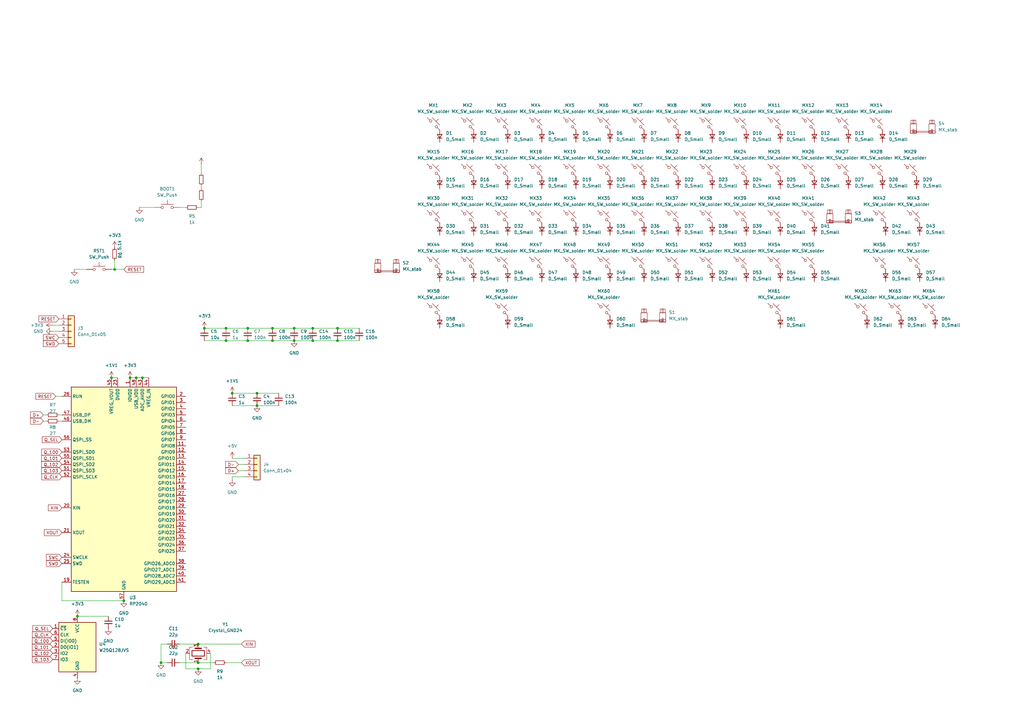
<source format=kicad_sch>
(kicad_sch (version 20231120) (generator "eeschema") (generator_version "8.0")
  (paper "A3")
  (junction (at 31.75 252.73))
  (junction (at 81.28 264.16))
  (junction (at 138.43 134.62))
  (junction (at 111.76 134.62))
  (junction (at 50.8 246.38))
  (junction (at 128.27 134.62))
  (junction (at 105.41 161.29))
  (junction (at 111.76 139.7))
  (junction (at 120.65 139.7))
  (junction (at 45.72 154.94))
  (junction (at 120.65 134.62))
  (junction (at 81.28 274.32))
  (junction (at 53.34 154.94))
  (junction (at 58.42 154.94))
  (junction (at 46.99 110.49))
  (junction (at 101.6 134.62))
  (junction (at 101.6 139.7))
  (junction (at 105.41 166.37))
  (junction (at 92.71 139.7))
  (junction (at 138.43 139.7))
  (junction (at 66.04 271.78))
  (junction (at 83.82 134.62))
  (junction (at 81.28 271.78))
  (junction (at 55.88 154.94))
  (junction (at 95.25 161.29))
  (junction (at 128.27 139.7))
  (junction (at 92.71 134.62))
  (wire (pts (xy 19.05 170.18) (xy 17.78 170.18)))
  (wire (pts (xy 95.25 161.29) (xy 105.41 161.29)))
  (wire (pts (xy 46.99 110.49) (xy 45.72 110.49)))
  (wire (pts (xy 81.28 271.78) (xy 87.63 271.78)))
  (wire (pts (xy 81.28 274.32) (xy 86.36 274.32)))
  (wire (pts (xy 128.27 139.7) (xy 138.43 139.7)))
  (wire (pts (xy 105.41 161.29) (xy 114.3 161.29)))
  (wire (pts (xy 66.04 271.78) (xy 68.58 271.78)))
  (wire (pts (xy 25.4 238.76) (xy 25.4 246.38)))
  (wire (pts (xy 82.55 85.09) (xy 81.28 85.09)))
  (wire (pts (xy 76.2 274.32) (xy 81.28 274.32)))
  (wire (pts (xy 128.27 134.62) (xy 138.43 134.62)))
  (wire (pts (xy 82.55 76.2) (xy 82.55 77.47)))
  (wire (pts (xy 19.05 172.72) (xy 17.78 172.72)))
  (wire (pts (xy 21.59 135.89) (xy 24.13 135.89)))
  (wire (pts (xy 95.25 166.37) (xy 105.41 166.37)))
  (wire (pts (xy 101.6 139.7) (xy 111.76 139.7)))
  (wire (pts (xy 73.66 264.16) (xy 81.28 264.16)))
  (wire (pts (xy 25.4 162.56) (xy 22.86 162.56)))
  (wire (pts (xy 92.71 139.7) (xy 101.6 139.7)))
  (wire (pts (xy 120.65 139.7) (xy 128.27 139.7)))
  (wire (pts (xy 68.58 264.16) (xy 66.04 264.16)))
  (wire (pts (xy 120.65 134.62) (xy 128.27 134.62)))
  (wire (pts (xy 58.42 154.94) (xy 60.96 154.94)))
  (wire (pts (xy 97.79 193.04) (xy 100.33 193.04)))
  (wire (pts (xy 21.59 133.35) (xy 24.13 133.35)))
  (wire (pts (xy 73.66 271.78) (xy 81.28 271.78)))
  (wire (pts (xy 45.72 154.94) (xy 48.26 154.94)))
  (wire (pts (xy 95.25 187.96) (xy 100.33 187.96)))
  (wire (pts (xy 76.2 85.09) (xy 73.66 85.09)))
  (wire (pts (xy 83.82 139.7) (xy 92.71 139.7)))
  (wire (pts (xy 105.41 166.37) (xy 114.3 166.37)))
  (wire (pts (xy 86.36 267.97) (xy 86.36 274.32)))
  (wire (pts (xy 46.99 106.68) (xy 46.99 110.49)))
  (wire (pts (xy 97.79 190.5) (xy 100.33 190.5)))
  (wire (pts (xy 50.8 110.49) (xy 46.99 110.49)))
  (wire (pts (xy 92.71 271.78) (xy 99.06 271.78)))
  (wire (pts (xy 138.43 139.7) (xy 147.32 139.7)))
  (wire (pts (xy 82.55 82.55) (xy 82.55 85.09)))
  (wire (pts (xy 95.25 195.58) (xy 95.25 196.85)))
  (wire (pts (xy 57.15 85.09) (xy 63.5 85.09)))
  (wire (pts (xy 24.13 170.18) (xy 25.4 170.18)))
  (wire (pts (xy 81.28 264.16) (xy 99.06 264.16)))
  (wire (pts (xy 53.34 154.94) (xy 55.88 154.94)))
  (wire (pts (xy 83.82 134.62) (xy 92.71 134.62)))
  (wire (pts (xy 101.6 134.62) (xy 111.76 134.62)))
  (wire (pts (xy 95.25 195.58) (xy 100.33 195.58)))
  (wire (pts (xy 55.88 154.94) (xy 58.42 154.94)))
  (wire (pts (xy 24.13 172.72) (xy 25.4 172.72)))
  (wire (pts (xy 92.71 134.62) (xy 101.6 134.62)))
  (wire (pts (xy 138.43 134.62) (xy 147.32 134.62)))
  (wire (pts (xy 111.76 139.7) (xy 120.65 139.7)))
  (wire (pts (xy 76.2 267.97) (xy 76.2 274.32)))
  (wire (pts (xy 31.75 252.73) (xy 44.45 252.73)))
  (wire (pts (xy 82.55 67.31) (xy 82.55 71.12)))
  (wire (pts (xy 66.04 264.16) (xy 66.04 271.78)))
  (wire (pts (xy 30.48 110.49) (xy 35.56 110.49)))
  (wire (pts (xy 25.4 246.38) (xy 50.8 246.38)))
  (wire (pts (xy 111.76 134.62) (xy 120.65 134.62)))
  (global_label "RESET" (shape input) (at 22.86 162.56 180) (property "Intersheetrefs" "${INTERSHEET_REFS}" (effects (hide yes))))
  (global_label "XOUT" (shape input) (at 99.06 271.78 0) (property "Intersheetrefs" "${INTERSHEET_REFS}" (effects (hide yes))))
  (global_label "Q_102" (shape input) (at 21.59 267.97 180) (property "Intersheetrefs" "${INTERSHEET_REFS}" (effects (hide yes))))
  (global_label "Q_103" (shape input) (at 25.4 193.04 180) (property "Intersheetrefs" "${INTERSHEET_REFS}" (effects (hide yes))))
  (global_label "Q_100" (shape input) (at 21.59 262.89 180) (property "Intersheetrefs" "${INTERSHEET_REFS}" (effects (hide yes))))
  (global_label "XIN" (shape input) (at 25.4 208.28 180) (property "Intersheetrefs" "${INTERSHEET_REFS}" (effects (hide yes))))
  (global_label "RESET" (shape input) (at 50.8 110.49 0) (property "Intersheetrefs" "${INTERSHEET_REFS}" (effects (hide yes))))
  (global_label "D+" (shape input) (at 97.79 193.04 180) (property "Intersheetrefs" "${INTERSHEET_REFS}" (effects (hide yes))))
  (global_label "RESET" (shape input) (at 24.13 130.81 180) (property "Intersheetrefs" "${INTERSHEET_REFS}" (effects (hide yes))))
  (global_label "D+" (shape input) (at 17.78 170.18 180) (property "Intersheetrefs" "${INTERSHEET_REFS}" (effects (hide yes))))
  (global_label "SWD" (shape input) (at 24.13 140.97 180) (property "Intersheetrefs" "${INTERSHEET_REFS}" (effects (hide yes))))
  (global_label "SWC" (shape input) (at 25.4 228.6 180) (property "Intersheetrefs" "${INTERSHEET_REFS}" (effects (hide yes))))
  (global_label "Q_101" (shape input) (at 21.59 265.43 180) (property "Intersheetrefs" "${INTERSHEET_REFS}" (effects (hide yes))))
  (global_label "Q_SEL" (shape input) (at 21.59 257.81 180) (property "Intersheetrefs" "${INTERSHEET_REFS}" (effects (hide yes))))
  (global_label "Q_SEL" (shape input) (at 25.4 180.34 180) (property "Intersheetrefs" "${INTERSHEET_REFS}" (effects (hide yes))))
  (global_label "Q_103" (shape input) (at 21.59 270.51 180) (property "Intersheetrefs" "${INTERSHEET_REFS}" (effects (hide yes))))
  (global_label "SWC" (shape input) (at 24.13 138.43 180) (property "Intersheetrefs" "${INTERSHEET_REFS}" (effects (hide yes))))
  (global_label "D-" (shape input) (at 17.78 172.72 180) (property "Intersheetrefs" "${INTERSHEET_REFS}" (effects (hide yes))))
  (global_label "Q_100" (shape input) (at 25.4 185.42 180) (property "Intersheetrefs" "${INTERSHEET_REFS}" (effects (hide yes))))
  (global_label "D-" (shape input) (at 97.79 190.5 180) (property "Intersheetrefs" "${INTERSHEET_REFS}" (effects (hide yes))))
  (global_label "Q_101" (shape input) (at 25.4 187.96 180) (property "Intersheetrefs" "${INTERSHEET_REFS}" (effects (hide yes))))
  (global_label "XOUT" (shape input) (at 25.4 218.44 180) (property "Intersheetrefs" "${INTERSHEET_REFS}" (effects (hide yes))))
  (global_label "XIN" (shape input) (at 99.06 264.16 0) (property "Intersheetrefs" "${INTERSHEET_REFS}" (effects (hide yes))))
  (global_label "Q_CLK" (shape input) (at 21.59 260.35 180) (property "Intersheetrefs" "${INTERSHEET_REFS}" (effects (hide yes))))
  (global_label "Q_CLK" (shape input) (at 25.4 195.58 180) (property "Intersheetrefs" "${INTERSHEET_REFS}" (effects (hide yes))))
  (global_label "SWD" (shape input) (at 25.4 231.14 180) (property "Intersheetrefs" "${INTERSHEET_REFS}" (effects (hide yes))))
  (global_label "Q_102" (shape input) (at 25.4 190.5 180) (property "Intersheetrefs" "${INTERSHEET_REFS}" (effects (hide yes))))
  (symbol (lib_id "power:GND") (at 57.15 85.09 0) (unit 1)
    (property "Reference" "#PWR012" (effects (hide yes)))
    (property "Value" "GND" (at 57.15 90.17 0))
    (property "Description" "Power symbol creates a global label with name \"GND\" , ground" (effects (hide yes)))
  )
  (symbol (lib_id "power:+3V3") (at 82.55 67.31 0) (unit 1)
    (property "Reference" "#PWR010" (effects (hide yes)))
    (property "Value" "+3V3" (effects (hide yes)))
    (property "Description" "Power symbol creates a global label with name \"+3V3\"" (effects (hide yes)))
  )
  (symbol (lib_id "PCM_marbastlib-mx:MX_SW_solder") (at 247.65 107.95 0) (unit 1)
    (property "Reference" "MX49" (at 247.65 100.33 0))
    (property "Value" "MX_SW_solder" (at 247.65 102.87 0))
    (property "Footprint" "PCM_marbastlib-mx:SW_MX_1u" (effects (hide yes)))
    (property "Description" "Push button switch, normally open, two pins, 45° tilted" (effects (hide yes)))
  )
  (symbol (lib_id "PCM_marbastlib-mx:MX_SW_solder") (at 177.8 127 0) (unit 1)
    (property "Reference" "MX58" (at 177.8 119.38 0))
    (property "Value" "MX_SW_solder" (at 177.8 121.92 0))
    (property "Footprint" "PCM_marbastlib-mx:SW_MX_1.5u" (effects (hide yes)))
    (property "Description" "Push button switch, normally open, two pins, 45° tilted" (effects (hide yes)))
  )
  (symbol (lib_id "power:GND") (at 31.75 278.13 0) (unit 1)
    (property "Reference" "#PWR029" (effects (hide yes)))
    (property "Value" "GND" (at 31.75 283.21 0))
    (property "Description" "Power symbol creates a global label with name \"GND\" , ground" (effects (hide yes)))
  )
  (symbol (lib_id "Device:D_Small") (at 180.34 74.93 90) (unit 1)
    (property "Reference" "D15" (at 182.88 73.6599 90) (effects (justify right)))
    (property "Value" "D_Small" (at 182.88 76.1999 90) (effects (justify right)))
    (property "Footprint" "Diode_SMD:D_SOD-123" (effects (hide yes)))
    (property "Description" "Diode, small symbol" (effects (hide yes)))
    (property "Sim.Device" "D" (effects (hide yes)))
    (property "Sim.Pins" "1=K 2=A" (effects (hide yes)))
  )
  (symbol (lib_id "PCM_marbastlib-mx:MX_SW_solder") (at 219.71 107.95 0) (unit 1)
    (property "Reference" "MX47" (at 219.71 100.33 0))
    (property "Value" "MX_SW_solder" (at 219.71 102.87 0))
    (property "Footprint" "PCM_marbastlib-mx:SW_MX_1u" (effects (hide yes)))
    (property "Description" "Push button switch, normally open, two pins, 45° tilted" (effects (hide yes)))
  )
  (symbol (lib_id "Device:D_Small") (at 306.07 113.03 90) (unit 1)
    (property "Reference" "D53" (at 308.61 111.7599 90) (effects (justify right)))
    (property "Value" "D_Small" (at 308.61 114.2999 90) (effects (justify right)))
    (property "Footprint" "Diode_SMD:D_SOD-123" (effects (hide yes)))
    (property "Description" "Diode, small symbol" (effects (hide yes)))
    (property "Sim.Device" "D" (effects (hide yes)))
    (property "Sim.Pins" "1=K 2=A" (effects (hide yes)))
  )
  (symbol (lib_id "Device:D_Small") (at 250.19 93.98 90) (unit 1)
    (property "Reference" "D35" (at 252.73 92.7099 90) (effects (justify right)))
    (property "Value" "D_Small" (at 252.73 95.2499 90) (effects (justify right)))
    (property "Footprint" "Diode_SMD:D_SOD-123" (effects (hide yes)))
    (property "Description" "Diode, small symbol" (effects (hide yes)))
    (property "Sim.Device" "D" (effects (hide yes)))
    (property "Sim.Pins" "1=K 2=A" (effects (hide yes)))
  )
  (symbol (lib_id "PCM_marbastlib-mx:MX_SW_solder") (at 373.38 69.85 0) (unit 1)
    (property "Reference" "MX29" (at 373.38 62.23 0))
    (property "Value" "MX_SW_solder" (at 373.38 64.77 0))
    (property "Footprint" "PCM_marbastlib-mx:SW_MX_1u" (effects (hide yes)))
    (property "Description" "Push button switch, normally open, two pins, 45° tilted" (effects (hide yes)))
  )
  (symbol (lib_id "PCM_marbastlib-mx:MX_SW_solder") (at 233.68 107.95 0) (unit 1)
    (property "Reference" "MX48" (at 233.68 100.33 0))
    (property "Value" "MX_SW_solder" (at 233.68 102.87 0))
    (property "Footprint" "PCM_marbastlib-mx:SW_MX_1u" (effects (hide yes)))
    (property "Description" "Push button switch, normally open, two pins, 45° tilted" (effects (hide yes)))
  )
  (symbol (lib_id "PCM_marbastlib-mx:MX_SW_solder") (at 247.65 127 0) (unit 1)
    (property "Reference" "MX60" (at 247.65 119.38 0))
    (property "Value" "MX_SW_solder" (at 247.65 121.92 0))
    (property "Footprint" "PCM_marbastlib-mx:SW_MX_1u" (effects (hide yes)))
    (property "Description" "Push button switch, normally open, two pins, 45° tilted" (effects (hide yes)))
  )
  (symbol (lib_id "Device:D_Small") (at 208.28 55.88 90) (unit 1)
    (property "Reference" "D3" (at 210.82 54.6099 90) (effects (justify right)))
    (property "Value" "D_Small" (at 210.82 57.1499 90) (effects (justify right)))
    (property "Footprint" "Diode_SMD:D_SOD-123" (effects (hide yes)))
    (property "Description" "Diode, small symbol" (effects (hide yes)))
    (property "Sim.Device" "D" (effects (hide yes)))
    (property "Sim.Pins" "1=K 2=A" (effects (hide yes)))
  )
  (symbol (lib_id "Device:D_Small") (at 222.25 93.98 90) (unit 1)
    (property "Reference" "D33" (at 224.79 92.7099 90) (effects (justify right)))
    (property "Value" "D_Small" (at 224.79 95.2499 90) (effects (justify right)))
    (property "Footprint" "Diode_SMD:D_SOD-123" (effects (hide yes)))
    (property "Description" "Diode, small symbol" (effects (hide yes)))
    (property "Sim.Device" "D" (effects (hide yes)))
    (property "Sim.Pins" "1=K 2=A" (effects (hide yes)))
  )
  (symbol (lib_id "PCM_marbastlib-mx:MX_SW_solder") (at 345.44 50.8 0) (unit 1)
    (property "Reference" "MX13" (at 345.44 43.18 0))
    (property "Value" "MX_SW_solder" (at 345.44 45.72 0))
    (property "Footprint" "PCM_marbastlib-mx:SW_MX_1u" (effects (hide yes)))
    (property "Description" "Push button switch, normally open, two pins, 45° tilted" (effects (hide yes)))
  )
  (symbol (lib_id "Device:D_Small") (at 250.19 55.88 90) (unit 1)
    (property "Reference" "D6" (at 252.73 54.6099 90) (effects (justify right)))
    (property "Value" "D_Small" (at 252.73 57.1499 90) (effects (justify right)))
    (property "Footprint" "Diode_SMD:D_SOD-123" (effects (hide yes)))
    (property "Description" "Diode, small symbol" (effects (hide yes)))
    (property "Sim.Device" "D" (effects (hide yes)))
    (property "Sim.Pins" "1=K 2=A" (effects (hide yes)))
  )
  (symbol (lib_id "PCM_marbastlib-mx:MX_SW_solder") (at 275.59 88.9 0) (unit 1)
    (property "Reference" "MX37" (at 275.59 81.28 0))
    (property "Value" "MX_SW_solder" (at 275.59 83.82 0))
    (property "Footprint" "PCM_marbastlib-mx:SW_MX_1u" (effects (hide yes)))
    (property "Description" "Push button switch, normally open, two pins, 45° tilted" (effects (hide yes)))
  )
  (symbol (lib_id "Device:D_Small") (at 278.13 55.88 90) (unit 1)
    (property "Reference" "D8" (at 280.67 54.6099 90) (effects (justify right)))
    (property "Value" "D_Small" (at 280.67 57.1499 90) (effects (justify right)))
    (property "Footprint" "Diode_SMD:D_SOD-123" (effects (hide yes)))
    (property "Description" "Diode, small symbol" (effects (hide yes)))
    (property "Sim.Device" "D" (effects (hide yes)))
    (property "Sim.Pins" "1=K 2=A" (effects (hide yes)))
  )
  (symbol (lib_id "PCM_marbastlib-mx:MX_SW_solder") (at 345.44 69.85 0) (unit 1)
    (property "Reference" "MX27" (at 345.44 62.23 0))
    (property "Value" "MX_SW_solder" (at 345.44 64.77 0))
    (property "Footprint" "PCM_marbastlib-mx:SW_MX_1u" (effects (hide yes)))
    (property "Description" "Push button switch, normally open, two pins, 45° tilted" (effects (hide yes)))
  )
  (symbol (lib_id "PCM_marbastlib-mx:MX_SW_solder") (at 359.41 69.85 0) (unit 1)
    (property "Reference" "MX28" (at 359.41 62.23 0))
    (property "Value" "MX_SW_solder" (at 359.41 64.77 0))
    (property "Footprint" "PCM_marbastlib-mx:SW_MX_1u" (effects (hide yes)))
    (property "Description" "Push button switch, normally open, two pins, 45° tilted" (effects (hide yes)))
  )
  (symbol (lib_id "Device:D_Small") (at 306.07 93.98 90) (unit 1)
    (property "Reference" "D39" (at 308.61 92.7099 90) (effects (justify right)))
    (property "Value" "D_Small" (at 308.61 95.2499 90) (effects (justify right)))
    (property "Footprint" "Diode_SMD:D_SOD-123" (effects (hide yes)))
    (property "Description" "Diode, small symbol" (effects (hide yes)))
    (property "Sim.Device" "D" (effects (hide yes)))
    (property "Sim.Pins" "1=K 2=A" (effects (hide yes)))
  )
  (symbol (lib_id "PCM_marbastlib-mx:MX_SW_solder") (at 205.74 107.95 0) (unit 1)
    (property "Reference" "MX46" (at 205.74 100.33 0))
    (property "Value" "MX_SW_solder" (at 205.74 102.87 0))
    (property "Footprint" "PCM_marbastlib-mx:SW_MX_1u" (effects (hide yes)))
    (property "Description" "Push button switch, normally open, two pins, 45° tilted" (effects (hide yes)))
  )
  (symbol (lib_id "PCM_marbastlib-mx:MX_SW_solder") (at 191.77 88.9 0) (unit 1)
    (property "Reference" "MX31" (at 191.77 81.28 0))
    (property "Value" "MX_SW_solder" (at 191.77 83.82 0))
    (property "Footprint" "PCM_marbastlib-mx:SW_MX_1u" (effects (hide yes)))
    (property "Description" "Push button switch, normally open, two pins, 45° tilted" (effects (hide yes)))
  )
  (symbol (lib_id "PCM_marbastlib-mx:MX_SW_solder") (at 303.53 88.9 0) (unit 1)
    (property "Reference" "MX39" (at 303.53 81.28 0))
    (property "Value" "MX_SW_solder" (at 303.53 83.82 0))
    (property "Footprint" "PCM_marbastlib-mx:SW_MX_1u" (effects (hide yes)))
    (property "Description" "Push button switch, normally open, two pins, 45° tilted" (effects (hide yes)))
  )
  (symbol (lib_id "Device:D_Small") (at 355.6 132.08 90) (unit 1)
    (property "Reference" "D62" (at 358.14 130.8099 90) (effects (justify right)))
    (property "Value" "D_Small" (at 358.14 133.3499 90) (effects (justify right)))
    (property "Footprint" "Diode_SMD:D_SOD-123" (effects (hide yes)))
    (property "Description" "Diode, small symbol" (effects (hide yes)))
    (property "Sim.Device" "D" (effects (hide yes)))
    (property "Sim.Pins" "1=K 2=A" (effects (hide yes)))
  )
  (symbol (lib_id "Device:D_Small") (at 320.04 74.93 90) (unit 1)
    (property "Reference" "D25" (at 322.58 73.6599 90) (effects (justify right)))
    (property "Value" "D_Small" (at 322.58 76.1999 90) (effects (justify right)))
    (property "Footprint" "Diode_SMD:D_SOD-123" (effects (hide yes)))
    (property "Description" "Diode, small symbol" (effects (hide yes)))
    (property "Sim.Device" "D" (effects (hide yes)))
    (property "Sim.Pins" "1=K 2=A" (effects (hide yes)))
  )
  (symbol (lib_id "PCM_marbastlib-mx:MX_SW_solder") (at 177.8 88.9 0) (unit 1)
    (property "Reference" "MX30" (at 177.8 81.28 0))
    (property "Value" "MX_SW_solder" (at 177.8 83.82 0))
    (property "Footprint" "PCM_marbastlib-mx:SW_MX_1.75u" (effects (hide yes)))
    (property "Description" "Push button switch, normally open, two pins, 45° tilted" (effects (hide yes)))
  )
  (symbol (lib_id "PCM_marbastlib-mx:MX_SW_solder") (at 360.68 88.9 0) (unit 1)
    (property "Reference" "MX42" (at 360.68 81.28 0))
    (property "Value" "MX_SW_solder" (at 360.68 83.82 0))
    (property "Footprint" "PCM_marbastlib-mx:SW_MX_1u" (effects (hide yes)))
    (property "Description" "Push button switch, normally open, two pins, 45° tilted" (effects (hide yes)))
  )
  (symbol (lib_id "Device:D_Small") (at 334.01 93.98 90) (unit 1)
    (property "Reference" "D41" (at 336.55 92.7099 90) (effects (justify right)))
    (property "Value" "D_Small" (at 336.55 95.2499 90) (effects (justify right)))
    (property "Footprint" "Diode_SMD:D_SOD-123" (effects (hide yes)))
    (property "Description" "Diode, small symbol" (effects (hide yes)))
    (property "Sim.Device" "D" (effects (hide yes)))
    (property "Sim.Pins" "1=K 2=A" (effects (hide yes)))
  )
  (symbol (lib_id "power:+3V3") (at 53.34 154.94 0) (unit 1)
    (property "Reference" "#PWR023" (effects (hide yes)))
    (property "Value" "+3V3" (at 53.34 149.86 0))
    (property "Description" "Power symbol creates a global label with name \"+3V3\"" (effects (hide yes)))
  )
  (symbol (lib_id "Device:D_Small") (at 208.28 132.08 90) (unit 1)
    (property "Reference" "D59" (at 210.82 130.8099 90) (effects (justify right)))
    (property "Value" "D_Small" (at 210.82 133.3499 90) (effects (justify right)))
    (property "Footprint" "Diode_SMD:D_SOD-123" (effects (hide yes)))
    (property "Description" "Diode, small symbol" (effects (hide yes)))
    (property "Sim.Device" "D" (effects (hide yes)))
    (property "Sim.Pins" "1=K 2=A" (effects (hide yes)))
  )
  (symbol (lib_id "PCM_marbastlib-mx:MX_SW_solder") (at 331.47 69.85 0) (unit 1)
    (property "Reference" "MX26" (at 331.47 62.23 0))
    (property "Value" "MX_SW_solder" (at 331.47 64.77 0))
    (property "Footprint" "PCM_marbastlib-mx:SW_MX_1u" (effects (hide yes)))
    (property "Description" "Push button switch, normally open, two pins, 45° tilted" (effects (hide yes)))
  )
  (symbol (lib_id "power:+1V1") (at 95.25 161.29 0) (unit 1)
    (property "Reference" "#PWR017" (effects (hide yes)))
    (property "Value" "+1V1" (at 95.25 156.21 0))
    (property "Description" "Power symbol creates a global label with name \"+1V1\"" (effects (hide yes)))
  )
  (symbol (lib_id "power:+1V1") (at 45.72 154.94 0) (unit 1)
    (property "Reference" "#PWR022" (effects (hide yes)))
    (property "Value" "+1V1" (at 45.72 149.86 0))
    (property "Description" "Power symbol creates a global label with name \"+1V1\"" (effects (hide yes)))
  )
  (symbol (lib_id "Device:D_Small") (at 320.04 93.98 90) (unit 1)
    (property "Reference" "D40" (at 322.58 92.7099 90) (effects (justify right)))
    (property "Value" "D_Small" (at 322.58 95.2499 90) (effects (justify right)))
    (property "Footprint" "Diode_SMD:D_SOD-123" (effects (hide yes)))
    (property "Description" "Diode, small symbol" (effects (hide yes)))
    (property "Sim.Device" "D" (effects (hide yes)))
    (property "Sim.Pins" "1=K 2=A" (effects (hide yes)))
  )
  (symbol (lib_id "PCM_marbastlib-mx:MX_SW_solder") (at 317.5 69.85 0) (unit 1)
    (property "Reference" "MX25" (at 317.5 62.23 0))
    (property "Value" "MX_SW_solder" (at 317.5 64.77 0))
    (property "Footprint" "PCM_marbastlib-mx:SW_MX_1u" (effects (hide yes)))
    (property "Description" "Push button switch, normally open, two pins, 45° tilted" (effects (hide yes)))
  )
  (symbol (lib_id "Device:D_Small") (at 222.25 74.93 90) (unit 1)
    (property "Reference" "D18" (at 224.79 73.6599 90) (effects (justify right)))
    (property "Value" "D_Small" (at 224.79 76.1999 90) (effects (justify right)))
    (property "Footprint" "Diode_SMD:D_SOD-123" (effects (hide yes)))
    (property "Description" "Diode, small symbol" (effects (hide yes)))
    (property "Sim.Device" "D" (effects (hide yes)))
    (property "Sim.Pins" "1=K 2=A" (effects (hide yes)))
  )
  (symbol (lib_id "power:+3V3") (at 31.75 252.73 0) (unit 1)
    (property "Reference" "#PWR025" (effects (hide yes)))
    (property "Value" "+3V3" (at 31.75 247.65 0))
    (property "Description" "Power symbol creates a global label with name \"+3V3\"" (effects (hide yes)))
  )
  (symbol (lib_id "PCM_marbastlib-mx:MX_SW_solder") (at 205.74 50.8 0) (unit 1)
    (property "Reference" "MX3" (at 205.74 43.18 0))
    (property "Value" "MX_SW_solder" (at 205.74 45.72 0))
    (property "Footprint" "PCM_marbastlib-mx:SW_MX_1u" (effects (hide yes)))
    (property "Description" "Push button switch, normally open, two pins, 45° tilted" (effects (hide yes)))
  )
  (symbol (lib_id "Device:C_Small") (at 111.76 137.16 0) (unit 1)
    (property "Reference" "C8" (at 114.3 135.8962 0) (effects (justify left)))
    (property "Value" "100n" (at 114.3 138.4362 0) (effects (justify left)))
    (property "Footprint" "Capacitor_SMD:C_0402_1005Metric" (effects (hide yes)))
    (property "Description" "Unpolarized capacitor, small symbol" (effects (hide yes)))
  )
  (symbol (lib_id "Device:D_Small") (at 278.13 74.93 90) (unit 1)
    (property "Reference" "D22" (at 280.67 73.6599 90) (effects (justify right)))
    (property "Value" "D_Small" (at 280.67 76.1999 90) (effects (justify right)))
    (property "Footprint" "Diode_SMD:D_SOD-123" (effects (hide yes)))
    (property "Description" "Diode, small symbol" (effects (hide yes)))
    (property "Sim.Device" "D" (effects (hide yes)))
    (property "Sim.Pins" "1=K 2=A" (effects (hide yes)))
  )
  (symbol (lib_id "Device:C_Small") (at 105.41 163.83 0) (unit 1)
    (property "Reference" "C4" (at 107.95 162.5662 0) (effects (justify left)))
    (property "Value" "100n" (at 107.95 165.1062 0) (effects (justify left)))
    (property "Footprint" "Capacitor_SMD:C_0402_1005Metric" (effects (hide yes)))
    (property "Description" "Unpolarized capacitor, small symbol" (effects (hide yes)))
  )
  (symbol (lib_id "Device:D_Small") (at 377.19 113.03 90) (unit 1)
    (property "Reference" "D57" (at 379.73 111.7599 90) (effects (justify right)))
    (property "Value" "D_Small" (at 379.73 114.2999 90) (effects (justify right)))
    (property "Footprint" "Diode_SMD:D_SOD-123" (effects (hide yes)))
    (property "Description" "Diode, small symbol" (effects (hide yes)))
    (property "Sim.Device" "D" (effects (hide yes)))
    (property "Sim.Pins" "1=K 2=A" (effects (hide yes)))
  )
  (symbol (lib_id "Device:C_Small") (at 138.43 137.16 0) (unit 1)
    (property "Reference" "C15" (at 140.97 135.8962 0) (effects (justify left)))
    (property "Value" "100n" (at 140.97 138.4362 0) (effects (justify left)))
    (property "Footprint" "Capacitor_SMD:C_0402_1005Metric" (effects (hide yes)))
    (property "Description" "Unpolarized capacitor, small symbol" (effects (hide yes)))
  )
  (symbol (lib_id "PCM_marbastlib-mx:MX_SW_solder") (at 219.71 50.8 0) (unit 1)
    (property "Reference" "MX4" (at 219.71 43.18 0))
    (property "Value" "MX_SW_solder" (at 219.71 45.72 0))
    (property "Footprint" "PCM_marbastlib-mx:SW_MX_1u" (effects (hide yes)))
    (property "Description" "Push button switch, normally open, two pins, 45° tilted" (effects (hide yes)))
  )
  (symbol (lib_id "Device:D_Small") (at 236.22 74.93 90) (unit 1)
    (property "Reference" "D19" (at 238.76 73.6599 90) (effects (justify right)))
    (property "Value" "D_Small" (at 238.76 76.1999 90) (effects (justify right)))
    (property "Footprint" "Diode_SMD:D_SOD-123" (effects (hide yes)))
    (property "Description" "Diode, small symbol" (effects (hide yes)))
    (property "Sim.Device" "D" (effects (hide yes)))
    (property "Sim.Pins" "1=K 2=A" (effects (hide yes)))
  )
  (symbol (lib_id "PCM_marbastlib-mx:MX_SW_solder") (at 261.62 107.95 0) (unit 1)
    (property "Reference" "MX50" (at 261.62 100.33 0))
    (property "Value" "MX_SW_solder" (at 261.62 102.87 0))
    (property "Footprint" "PCM_marbastlib-mx:SW_MX_1u" (effects (hide yes)))
    (property "Description" "Push button switch, normally open, two pins, 45° tilted" (effects (hide yes)))
  )
  (symbol (lib_id "PCM_marbastlib-mx:MX_SW_solder") (at 381 127 0) (unit 1)
    (property "Reference" "MX64" (at 381 119.38 0))
    (property "Value" "MX_SW_solder" (at 381 121.92 0))
    (property "Footprint" "PCM_marbastlib-mx:SW_MX_1u" (effects (hide yes)))
    (property "Description" "Push button switch, normally open, two pins, 45° tilted" (effects (hide yes)))
  )
  (symbol (lib_id "Device:D_Small") (at 236.22 93.98 90) (unit 1)
    (property "Reference" "D34" (at 238.76 92.7099 90) (effects (justify right)))
    (property "Value" "D_Small" (at 238.76 95.2499 90) (effects (justify right)))
    (property "Footprint" "Diode_SMD:D_SOD-123" (effects (hide yes)))
    (property "Description" "Diode, small symbol" (effects (hide yes)))
    (property "Sim.Device" "D" (effects (hide yes)))
    (property "Sim.Pins" "1=K 2=A" (effects (hide yes)))
  )
  (symbol (lib_id "PCM_marbastlib-mx:MX_SW_solder") (at 331.47 88.9 0) (unit 1)
    (property "Reference" "MX41" (at 331.47 81.28 0))
    (property "Value" "MX_SW_solder" (at 331.47 83.82 0))
    (property "Footprint" "PCM_marbastlib-mx:SW_MX_1u" (effects (hide yes)))
    (property "Description" "Push button switch, normally open, two pins, 45° tilted" (effects (hide yes)))
  )
  (symbol (lib_id "PCM_marbastlib-mx:MX_SW_solder") (at 317.5 88.9 0) (unit 1)
    (property "Reference" "MX40" (at 317.5 81.28 0))
    (property "Value" "MX_SW_solder" (at 317.5 83.82 0))
    (property "Footprint" "PCM_marbastlib-mx:SW_MX_1u" (effects (hide yes)))
    (property "Description" "Push button switch, normally open, two pins, 45° tilted" (effects (hide yes)))
  )
  (symbol (lib_id "PCM_marbastlib-mx:MX_SW_solder") (at 317.5 50.8 0) (unit 1)
    (property "Reference" "MX11" (at 317.5 43.18 0))
    (property "Value" "MX_SW_solder" (at 317.5 45.72 0))
    (property "Footprint" "PCM_marbastlib-mx:SW_MX_1u" (effects (hide yes)))
    (property "Description" "Push button switch, normally open, two pins, 45° tilted" (effects (hide yes)))
  )
  (symbol (lib_id "Device:D_Small") (at 363.22 113.03 90) (unit 1)
    (property "Reference" "D56" (at 365.76 111.7599 90) (effects (justify right)))
    (property "Value" "D_Small" (at 365.76 114.2999 90) (effects (justify right)))
    (property "Footprint" "Diode_SMD:D_SOD-123" (effects (hide yes)))
    (property "Description" "Diode, small symbol" (effects (hide yes)))
    (property "Sim.Device" "D" (effects (hide yes)))
    (property "Sim.Pins" "1=K 2=A" (effects (hide yes)))
  )
  (symbol (lib_id "Device:C_Small") (at 120.65 137.16 0) (unit 1)
    (property "Reference" "C9" (at 123.19 135.8962 0) (effects (justify left)))
    (property "Value" "100n" (at 123.19 138.4362 0) (effects (justify left)))
    (property "Footprint" "Capacitor_SMD:C_0402_1005Metric" (effects (hide yes)))
    (property "Description" "Unpolarized capacitor, small symbol" (effects (hide yes)))
  )
  (symbol (lib_id "power:GND") (at 120.65 139.7 0) (unit 1)
    (property "Reference" "#PWR021" (effects (hide yes)))
    (property "Value" "GND" (at 120.65 144.78 0))
    (property "Description" "Power symbol creates a global label with name \"GND\" , ground" (effects (hide yes)))
  )
  (symbol (lib_id "PCM_marbastlib-mx:MX_SW_solder") (at 367.03 127 0) (unit 1)
    (property "Reference" "MX63" (at 367.03 119.38 0))
    (property "Value" "MX_SW_solder" (at 367.03 121.92 0))
    (property "Footprint" "PCM_marbastlib-mx:SW_MX_1u" (effects (hide yes)))
    (property "Description" "Push button switch, normally open, two pins, 45° tilted" (effects (hide yes)))
  )
  (symbol (lib_id "PCM_marbastlib-mx:MX_SW_solder") (at 219.71 69.85 0) (unit 1)
    (property "Reference" "MX18" (at 219.71 62.23 0))
    (property "Value" "MX_SW_solder" (at 219.71 64.77 0))
    (property "Footprint" "PCM_marbastlib-mx:SW_MX_1u" (effects (hide yes)))
    (property "Description" "Push button switch, normally open, two pins, 45° tilted" (effects (hide yes)))
  )
  (symbol (lib_id "Device:D_Small") (at 292.1 74.93 90) (unit 1)
    (property "Reference" "D23" (at 294.64 73.6599 90) (effects (justify right)))
    (property "Value" "D_Small" (at 294.64 76.1999 90) (effects (justify right)))
    (property "Footprint" "Diode_SMD:D_SOD-123" (effects (hide yes)))
    (property "Description" "Diode, small symbol" (effects (hide yes)))
    (property "Sim.Device" "D" (effects (hide yes)))
    (property "Sim.Pins" "1=K 2=A" (effects (hide yes)))
  )
  (symbol (lib_id "Device:D_Small") (at 334.01 55.88 90) (unit 1)
    (property "Reference" "D12" (at 336.55 54.6099 90) (effects (justify right)))
    (property "Value" "D_Small" (at 336.55 57.1499 90) (effects (justify right)))
    (property "Footprint" "Diode_SMD:D_SOD-123" (effects (hide yes)))
    (property "Description" "Diode, small symbol" (effects (hide yes)))
    (property "Sim.Device" "D" (effects (hide yes)))
    (property "Sim.Pins" "1=K 2=A" (effects (hide yes)))
  )
  (symbol (lib_id "Device:D_Small") (at 250.19 132.08 90) (unit 1)
    (property "Reference" "D60" (at 252.73 130.8099 90) (effects (justify right)))
    (property "Value" "D_Small" (at 252.73 133.3499 90) (effects (justify right)))
    (property "Footprint" "Diode_SMD:D_SOD-123" (effects (hide yes)))
    (property "Description" "Diode, small symbol" (effects (hide yes)))
    (property "Sim.Device" "D" (effects (hide yes)))
    (property "Sim.Pins" "1=K 2=A" (effects (hide yes)))
  )
  (symbol (lib_id "PCM_marbastlib-mx:MX_SW_solder") (at 374.65 107.95 0) (unit 1)
    (property "Reference" "MX57" (at 374.65 100.33 0))
    (property "Value" "MX_SW_solder" (at 374.65 102.87 0))
    (property "Footprint" "PCM_marbastlib-mx:SW_MX_1u" (effects (hide yes)))
    (property "Description" "Push button switch, normally open, two pins, 45° tilted" (effects (hide yes)))
  )
  (symbol (lib_id "PCM_marbastlib-mx:MX_SW_solder") (at 303.53 107.95 0) (unit 1)
    (property "Reference" "MX53" (at 303.53 100.33 0))
    (property "Value" "MX_SW_solder" (at 303.53 102.87 0))
    (property "Footprint" "PCM_marbastlib-mx:SW_MX_1u" (effects (hide yes)))
    (property "Description" "Push button switch, normally open, two pins, 45° tilted" (effects (hide yes)))
  )
  (symbol (lib_id "Device:D_Small") (at 334.01 113.03 90) (unit 1)
    (property "Reference" "D55" (at 336.55 111.7599 90) (effects (justify right)))
    (property "Value" "D_Small" (at 336.55 114.2999 90) (effects (justify right)))
    (property "Footprint" "Diode_SMD:D_SOD-123" (effects (hide yes)))
    (property "Description" "Diode, small symbol" (effects (hide yes)))
    (property "Sim.Device" "D" (effects (hide yes)))
    (property "Sim.Pins" "1=K 2=A" (effects (hide yes)))
  )
  (symbol (lib_id "PCM_marbastlib-mx:MX_SW_solder") (at 233.68 88.9 0) (unit 1)
    (property "Reference" "MX34" (at 233.68 81.28 0))
    (property "Value" "MX_SW_solder" (at 233.68 83.82 0))
    (property "Footprint" "PCM_marbastlib-mx:SW_MX_1u" (effects (hide yes)))
    (property "Description" "Push button switch, normally open, two pins, 45° tilted" (effects (hide yes)))
  )
  (symbol (lib_id "Device:D_Small") (at 208.28 74.93 90) (unit 1)
    (property "Reference" "D17" (at 210.82 73.6599 90) (effects (justify right)))
    (property "Value" "D_Small" (at 210.82 76.1999 90) (effects (justify right)))
    (property "Footprint" "Diode_SMD:D_SOD-123" (effects (hide yes)))
    (property "Description" "Diode, small symbol" (effects (hide yes)))
    (property "Sim.Device" "D" (effects (hide yes)))
    (property "Sim.Pins" "1=K 2=A" (effects (hide yes)))
  )
  (symbol (lib_id "PCM_marbastlib-mx:MX_stab") (at 158.75 109.22 0) (unit 1)
    (property "Reference" "S2" (at 165.1 107.8229 0) (effects (justify left)))
    (property "Value" "MX_stab" (at 165.1 110.3629 0) (effects (justify left)))
    (property "Footprint" "PCM_marbastlib-mx:STAB_MX_P_2.25u" (effects (hide yes)))
    (property "Description" "Cherry MX-style stabilizer" (effects (hide yes)))
  )
  (symbol (lib_id "power:GND") (at 66.04 271.78 0) (unit 1)
    (property "Reference" "#PWR027" (effects (hide yes)))
    (property "Value" "GND" (at 66.04 276.86 0))
    (property "Description" "Power symbol creates a global label with name \"GND\" , ground" (effects (hide yes)))
  )
  (symbol (lib_id "power:+5V") (at 95.25 187.96 0) (unit 1)
    (property "Reference" "#PWR030" (effects (hide yes)))
    (property "Value" "+5V" (at 95.25 182.88 0))
    (property "Description" "Power symbol creates a global label with name \"+5V\"" (effects (hide yes)))
  )
  (symbol (lib_id "Device:D_Small") (at 264.16 113.03 90) (unit 1)
    (property "Reference" "D50" (at 266.7 111.7599 90) (effects (justify right)))
    (property "Value" "D_Small" (at 266.7 114.2999 90) (effects (justify right)))
    (property "Footprint" "Diode_SMD:D_SOD-123" (effects (hide yes)))
    (property "Description" "Diode, small symbol" (effects (hide yes)))
    (property "Sim.Device" "D" (effects (hide yes)))
    (property "Sim.Pins" "1=K 2=A" (effects (hide yes)))
  )
  (symbol (lib_id "PCM_marbastlib-mx:MX_stab") (at 378.46 52.07 0) (unit 1)
    (property "Reference" "S4" (at 384.81 50.6729 0) (effects (justify left)))
    (property "Value" "MX_stab" (at 384.81 53.2129 0) (effects (justify left)))
    (property "Footprint" "PCM_marbastlib-mx:STAB_MX_P_2u" (effects (hide yes)))
    (property "Description" "Cherry MX-style stabilizer" (effects (hide yes)))
  )
  (symbol (lib_id "Device:R_Small") (at 82.55 73.66 180) (unit 1)
    (property "Reference" "R3" (effects (hide yes)))
    (property "Value" "5.1k" (effects (hide yes)))
    (property "Footprint" "Resistor_SMD:R_0402_1005Metric" (effects (hide yes)))
    (property "Description" "Resistor, small symbol" (effects (hide yes)))
  )
  (symbol (lib_id "power:GND") (at 105.41 166.37 0) (unit 1)
    (property "Reference" "#PWR020" (effects (hide yes)))
    (property "Value" "GND" (at 105.41 171.45 0))
    (property "Description" "Power symbol creates a global label with name \"GND\" , ground" (effects (hide yes)))
  )
  (symbol (lib_id "PCM_marbastlib-mx:MX_SW_solder") (at 289.56 50.8 0) (unit 1)
    (property "Reference" "MX9" (at 289.56 43.18 0))
    (property "Value" "MX_SW_solder" (at 289.56 45.72 0))
    (property "Footprint" "PCM_marbastlib-mx:SW_MX_1u" (effects (hide yes)))
    (property "Description" "Push button switch, normally open, two pins, 45° tilted" (effects (hide yes)))
  )
  (symbol (lib_id "Device:C_Small") (at 95.25 163.83 0) (unit 1)
    (property "Reference" "C3" (at 97.79 162.5662 0) (effects (justify left)))
    (property "Value" "1u" (at 97.79 165.1062 0) (effects (justify left)))
    (property "Footprint" "Capacitor_SMD:C_0402_1005Metric" (effects (hide yes)))
    (property "Description" "Unpolarized capacitor, small symbol" (effects (hide yes)))
  )
  (symbol (lib_id "power:GND") (at 95.25 196.85 0) (unit 1)
    (property "Reference" "#PWR031" (effects (hide yes)))
    (property "Value" "GND" (at 95.25 201.93 0))
    (property "Description" "Power symbol creates a global label with name \"GND\" , ground" (effects (hide yes)))
  )
  (symbol (lib_id "power:+3V3") (at 21.59 133.35 90) (unit 1)
    (property "Reference" "#PWR016" (effects (hide yes)))
    (property "Value" "+3V3" (at 17.78 133.3499 90) (effects (justify left)))
    (property "Description" "Power symbol creates a global label with name \"+3V3\"" (effects (hide yes)))
  )
  (symbol (lib_id "power:+3V3") (at 83.82 134.62 0) (unit 1)
    (property "Reference" "#PWR018" (effects (hide yes)))
    (property "Value" "+3V3" (at 83.82 129.54 0))
    (property "Description" "Power symbol creates a global label with name \"+3V3\"" (effects (hide yes)))
  )
  (symbol (lib_id "power:GND") (at 50.8 246.38 0) (unit 1)
    (property "Reference" "#PWR024" (effects (hide yes)))
    (property "Value" "GND" (at 50.8 251.46 0))
    (property "Description" "Power symbol creates a global label with name \"GND\" , ground" (effects (hide yes)))
  )
  (symbol (lib_id "PCM_marbastlib-mx:MX_SW_solder") (at 219.71 88.9 0) (unit 1)
    (property "Reference" "MX33" (at 219.71 81.28 0))
    (property "Value" "MX_SW_solder" (at 219.71 83.82 0))
    (property "Footprint" "PCM_marbastlib-mx:SW_MX_1u" (effects (hide yes)))
    (property "Description" "Push button switch, normally open, two pins, 45° tilted" (effects (hide yes)))
  )
  (symbol (lib_id "PCM_marbastlib-mx:MX_SW_solder") (at 374.65 88.9 0) (unit 1)
    (property "Reference" "MX43" (at 374.65 81.28 0))
    (property "Value" "MX_SW_solder" (at 374.65 83.82 0))
    (property "Footprint" "PCM_marbastlib-mx:SW_MX_1u" (effects (hide yes)))
    (property "Description" "Push button switch, normally open, two pins, 45° tilted" (effects (hide yes)))
  )
  (symbol (lib_id "power:+3V3") (at 46.99 101.6 0) (unit 1)
    (property "Reference" "#PWR013" (effects (hide yes)))
    (property "Value" "+3V3" (at 46.99 96.52 0))
    (property "Description" "Power symbol creates a global label with name \"+3V3\"" (effects (hide yes)))
  )
  (symbol (lib_id "Switch:SW_Push") (at 68.58 85.09 0) (unit 1)
    (property "Reference" "BOOT1" (at 68.58 77.47 0))
    (property "Value" "SW_Push" (at 68.58 80.01 0))
    (property "Footprint" "Button_Switch_SMD:SW_SPST_TL3342" (effects (hide yes)))
    (property "Description" "Push button switch, generic, two pins" (effects (hide yes)))
  )
  (symbol (lib_id "Device:D_Small") (at 236.22 55.88 90) (unit 1)
    (property "Reference" "D5" (at 238.76 54.6099 90) (effects (justify right)))
    (property "Value" "D_Small" (at 238.76 57.1499 90) (effects (justify right)))
    (property "Footprint" "Diode_SMD:D_SOD-123" (effects (hide yes)))
    (property "Description" "Diode, small symbol" (effects (hide yes)))
    (property "Sim.Device" "D" (effects (hide yes)))
    (property "Sim.Pins" "1=K 2=A" (effects (hide yes)))
  )
  (symbol (lib_id "Device:D_Small") (at 369.57 132.08 90) (unit 1)
    (property "Reference" "D63" (at 372.11 130.8099 90) (effects (justify right)))
    (property "Value" "D_Small" (at 372.11 133.3499 90) (effects (justify right)))
    (property "Footprint" "Diode_SMD:D_SOD-123" (effects (hide yes)))
    (property "Description" "Diode, small symbol" (effects (hide yes)))
    (property "Sim.Device" "D" (effects (hide yes)))
    (property "Sim.Pins" "1=K 2=A" (effects (hide yes)))
  )
  (symbol (lib_id "PCM_marbastlib-mx:MX_SW_solder") (at 247.65 50.8 0) (unit 1)
    (property "Reference" "MX6" (at 247.65 43.18 0))
    (property "Value" "MX_SW_solder" (at 247.65 45.72 0))
    (property "Footprint" "PCM_marbastlib-mx:SW_MX_1u" (effects (hide yes)))
    (property "Description" "Push button switch, normally open, two pins, 45° tilted" (effects (hide yes)))
  )
  (symbol (lib_id "power:GND") (at 30.48 110.49 0) (unit 1)
    (property "Reference" "#PWR015" (effects (hide yes)))
    (property "Value" "GND" (at 30.48 115.57 0))
    (property "Description" "Power symbol creates a global label with name \"GND\" , ground" (effects (hide yes)))
  )
  (symbol (lib_id "Device:D_Small") (at 347.98 74.93 90) (unit 1)
    (property "Reference" "D27" (at 350.52 73.6599 90) (effects (justify right)))
    (property "Value" "D_Small" (at 350.52 76.1999 90) (effects (justify right)))
    (property "Footprint" "Diode_SMD:D_SOD-123" (effects (hide yes)))
    (property "Description" "Diode, small symbol" (effects (hide yes)))
    (property "Sim.Device" "D" (effects (hide yes)))
    (property "Sim.Pins" "1=K 2=A" (effects (hide yes)))
  )
  (symbol (lib_id "Device:D_Small") (at 383.54 132.08 90) (unit 1)
    (property "Reference" "D64" (at 386.08 130.8099 90) (effects (justify right)))
    (property "Value" "D_Small" (at 386.08 133.3499 90) (effects (justify right)))
    (property "Footprint" "Diode_SMD:D_SOD-123" (effects (hide yes)))
    (property "Description" "Diode, small symbol" (effects (hide yes)))
    (property "Sim.Device" "D" (effects (hide yes)))
    (property "Sim.Pins" "1=K 2=A" (effects (hide yes)))
  )
  (symbol (lib_id "Device:C_Small") (at 83.82 137.16 0) (unit 1)
    (property "Reference" "C5" (at 86.36 135.8962 0) (effects (justify left)))
    (property "Value" "10u" (at 86.36 138.4362 0) (effects (justify left)))
    (property "Footprint" "Capacitor_SMD:C_0603_1608Metric" (effects (hide yes)))
    (property "Description" "Unpolarized capacitor, small symbol" (effects (hide yes)))
  )
  (symbol (lib_id "Device:D_Small") (at 194.31 93.98 90) (unit 1)
    (property "Reference" "D31" (at 196.85 92.7099 90) (effects (justify right)))
    (property "Value" "D_Small" (at 196.85 95.2499 90) (effects (justify right)))
    (property "Footprint" "Diode_SMD:D_SOD-123" (effects (hide yes)))
    (property "Description" "Diode, small symbol" (effects (hide yes)))
    (property "Sim.Device" "D" (effects (hide yes)))
    (property "Sim.Pins" "1=K 2=A" (effects (hide yes)))
  )
  (symbol (lib_id "PCM_marbastlib-mx:MX_SW_solder") (at 303.53 50.8 0) (unit 1)
    (property "Reference" "MX10" (at 303.53 43.18 0))
    (property "Value" "MX_SW_solder" (at 303.53 45.72 0))
    (property "Footprint" "PCM_marbastlib-mx:SW_MX_1u" (effects (hide yes)))
    (property "Description" "Push button switch, normally open, two pins, 45° tilted" (effects (hide yes)))
  )
  (symbol (lib_id "Device:C_Small") (at 114.3 163.83 0) (unit 1)
    (property "Reference" "C13" (at 116.84 162.5662 0) (effects (justify left)))
    (property "Value" "100n" (at 116.84 165.1062 0) (effects (justify left)))
    (property "Footprint" "Capacitor_SMD:C_0402_1005Metric" (effects (hide yes)))
    (property "Description" "Unpolarized capacitor, small symbol" (effects (hide yes)))
  )
  (symbol (lib_id "MCU_RaspberryPi:RP2040") (at 50.8 200.66 0) (unit 1)
    (property "Reference" "U3" (at 52.9941 245.11 0) (effects (justify left)))
    (property "Value" "RP2040" (at 52.9941 247.65 0) (effects (justify left)))
    (property "Footprint" "Package_DFN_QFN:QFN-56-1EP_7x7mm_P0.4mm_EP3.2x3.2mm" (effects (hide yes)))
    (property "Datasheet" "https://datasheets.raspberrypi.com/rp2040/rp2040-datasheet.pdf" (effects (hide yes)))
    (property "Description" "A microcontroller by Raspberry Pi" (effects (hide yes)))
  )
  (symbol (lib_id "Device:C_Small") (at 71.12 271.78 90) (unit 1)
    (property "Reference" "C12" (at 71.1263 265.43 90))
    (property "Value" "22p" (at 71.1263 267.97 90))
    (property "Footprint" "Capacitor_SMD:C_0402_1005Metric" (effects (hide yes)))
    (property "Description" "Unpolarized capacitor, small symbol" (effects (hide yes)))
  )
  (symbol (lib_id "PCM_marbastlib-mx:MX_SW_solder") (at 303.53 69.85 0) (unit 1)
    (property "Reference" "MX24" (at 303.53 62.23 0))
    (property "Value" "MX_SW_solder" (at 303.53 64.77 0))
    (property "Footprint" "PCM_marbastlib-mx:SW_MX_1u" (effects (hide yes)))
    (property "Description" "Push button switch, normally open, two pins, 45° tilted" (effects (hide yes)))
  )
  (symbol (lib_id "PCM_marbastlib-mx:MX_SW_solder") (at 177.8 107.95 0) (unit 1)
    (property "Reference" "MX44" (at 177.8 100.33 0))
    (property "Value" "MX_SW_solder" (at 177.8 102.87 0))
    (property "Footprint" "PCM_marbastlib-mx:SW_MX_1u" (effects (hide yes)))
    (property "Description" "Push button switch, normally open, two pins, 45° tilted" (effects (hide yes)))
  )
  (symbol (lib_id "PCM_marbastlib-mx:MX_SW_solder") (at 177.8 69.85 0) (unit 1)
    (property "Reference" "MX15" (at 177.8 62.23 0))
    (property "Value" "MX_SW_solder" (at 177.8 64.77 0))
    (property "Footprint" "PCM_marbastlib-mx:SW_MX_1.5u" (effects (hide yes)))
    (property "Description" "Push button switch, normally open, two pins, 45° tilted" (effects (hide yes)))
  )
  (symbol (lib_id "PCM_marbastlib-mx:MX_SW_solder") (at 233.68 50.8 0) (unit 1)
    (property "Reference" "MX5" (at 233.68 43.18 0))
    (property "Value" "MX_SW_solder" (at 233.68 45.72 0))
    (property "Footprint" "PCM_marbastlib-mx:SW_MX_1u" (effects (hide yes)))
    (property "Description" "Push button switch, normally open, two pins, 45° tilted" (effects (hide yes)))
  )
  (symbol (lib_id "Device:D_Small") (at 320.04 132.08 90) (unit 1)
    (property "Reference" "D61" (at 322.58 130.8099 90) (effects (justify right)))
    (property "Value" "D_Small" (at 322.58 133.3499 90) (effects (justify right)))
    (property "Footprint" "Diode_SMD:D_SOD-123" (effects (hide yes)))
    (property "Description" "Diode, small symbol" (effects (hide yes)))
    (property "Sim.Device" "D" (effects (hide yes)))
    (property "Sim.Pins" "1=K 2=A" (effects (hide yes)))
  )
  (symbol (lib_id "Device:D_Small") (at 250.19 113.03 90) (unit 1)
    (property "Reference" "D49" (at 252.73 111.7599 90) (effects (justify right)))
    (property "Value" "D_Small" (at 252.73 114.2999 90) (effects (justify right)))
    (property "Footprint" "Diode_SMD:D_SOD-123" (effects (hide yes)))
    (property "Description" "Diode, small symbol" (effects (hide yes)))
    (property "Sim.Device" "D" (effects (hide yes)))
    (property "Sim.Pins" "1=K 2=A" (effects (hide yes)))
  )
  (symbol (lib_id "Device:D_Small") (at 264.16 74.93 90) (unit 1)
    (property "Reference" "D21" (at 266.7 73.6599 90) (effects (justify right)))
    (property "Value" "D_Small" (at 266.7 76.1999 90) (effects (justify right)))
    (property "Footprint" "Diode_SMD:D_SOD-123" (effects (hide yes)))
    (property "Description" "Diode, small symbol" (effects (hide yes)))
    (property "Sim.Device" "D" (effects (hide yes)))
    (property "Sim.Pins" "1=K 2=A" (effects (hide yes)))
  )
  (symbol (lib_id "Device:D_Small") (at 236.22 113.03 90) (unit 1)
    (property "Reference" "D48" (at 238.76 111.7599 90) (effects (justify right)))
    (property "Value" "D_Small" (at 238.76 114.2999 90) (effects (justify right)))
    (property "Footprint" "Diode_SMD:D_SOD-123" (effects (hide yes)))
    (property "Description" "Diode, small symbol" (effects (hide yes)))
    (property "Sim.Device" "D" (effects (hide yes)))
    (property "Sim.Pins" "1=K 2=A" (effects (hide yes)))
  )
  (symbol (lib_id "Device:D_Small") (at 194.31 74.93 90) (unit 1)
    (property "Reference" "D16" (at 196.85 73.6599 90) (effects (justify right)))
    (property "Value" "D_Small" (at 196.85 76.1999 90) (effects (justify right)))
    (property "Footprint" "Diode_SMD:D_SOD-123" (effects (hide yes)))
    (property "Description" "Diode, small symbol" (effects (hide yes)))
    (property "Sim.Device" "D" (effects (hide yes)))
    (property "Sim.Pins" "1=K 2=A" (effects (hide yes)))
  )
  (symbol (lib_id "PCM_marbastlib-mx:MX_SW_solder") (at 205.74 127 0) (unit 1)
    (property "Reference" "MX59" (at 205.74 119.38 0))
    (property "Value" "MX_SW_solder" (at 205.74 121.92 0))
    (property "Footprint" "PCM_marbastlib-mx:SW_MX_1.5u" (effects (hide yes)))
    (property "Description" "Push button switch, normally open, two pins, 45° tilted" (effects (hide yes)))
  )
  (symbol (lib_id "Device:D_Small") (at 320.04 113.03 90) (unit 1)
    (property "Reference" "D54" (at 322.58 111.7599 90) (effects (justify right)))
    (property "Value" "D_Small" (at 322.58 114.2999 90) (effects (justify right)))
    (property "Footprint" "Diode_SMD:D_SOD-123" (effects (hide yes)))
    (property "Description" "Diode, small symbol" (effects (hide yes)))
    (property "Sim.Device" "D" (effects (hide yes)))
    (property "Sim.Pins" "1=K 2=A" (effects (hide yes)))
  )
  (symbol (lib_id "power:GND") (at 81.28 274.32 0) (unit 1)
    (property "Reference" "#PWR028" (effects (hide yes)))
    (property "Value" "GND" (at 81.28 279.4 0))
    (property "Description" "Power symbol creates a global label with name \"GND\" , ground" (effects (hide yes)))
  )
  (symbol (lib_id "PCM_marbastlib-mx:MX_stab") (at 344.17 88.9 0) (unit 1)
    (property "Reference" "S3" (at 350.52 87.5029 0) (effects (justify left)))
    (property "Value" "MX_stab" (at 350.52 90.0429 0) (effects (justify left)))
    (property "Footprint" "PCM_marbastlib-mx:STAB_MX_P_2.25u" (effects (hide yes)))
    (property "Description" "Cherry MX-style stabilizer" (effects (hide yes)))
  )
  (symbol (lib_id "Device:D_Small") (at 180.34 93.98 90) (unit 1)
    (property "Reference" "D30" (at 182.88 92.7099 90) (effects (justify right)))
    (property "Value" "D_Small" (at 182.88 95.2499 90) (effects (justify right)))
    (property "Footprint" "Diode_SMD:D_SOD-123" (effects (hide yes)))
    (property "Description" "Diode, small symbol" (effects (hide yes)))
    (property "Sim.Device" "D" (effects (hide yes)))
    (property "Sim.Pins" "1=K 2=A" (effects (hide yes)))
  )
  (symbol (lib_id "Device:Crystal_GND24") (at 81.28 267.97 90) (unit 1)
    (property "Reference" "Y1" (at 92.456 256.032 90))
    (property "Value" "Crystal_GND24" (at 92.456 258.572 90))
    (property "Footprint" "Crystal:Crystal_SMD_3225-4Pin_3.2x2.5mm" (effects (hide yes)))
    (property "Description" "Four pin crystal, GND on pins 2 and 4" (effects (hide yes)))
  )
  (symbol (lib_id "Device:D_Small") (at 347.98 55.88 90) (unit 1)
    (property "Reference" "D13" (at 350.52 54.6099 90) (effects (justify right)))
    (property "Value" "D_Small" (at 350.52 57.1499 90) (effects (justify right)))
    (property "Footprint" "Diode_SMD:D_SOD-123" (effects (hide yes)))
    (property "Description" "Diode, small symbol" (effects (hide yes)))
    (property "Sim.Device" "D" (effects (hide yes)))
    (property "Sim.Pins" "1=K 2=A" (effects (hide yes)))
  )
  (symbol (lib_id "Device:D_Small") (at 180.34 113.03 90) (unit 1)
    (property "Reference" "D44" (at 182.88 111.7599 90) (effects (justify right)))
    (property "Value" "D_Small" (at 182.88 114.2999 90) (effects (justify right)))
    (property "Footprint" "Diode_SMD:D_SOD-123" (effects (hide yes)))
    (property "Description" "Diode, small symbol" (effects (hide yes)))
    (property "Sim.Device" "D" (effects (hide yes)))
    (property "Sim.Pins" "1=K 2=A" (effects (hide yes)))
  )
  (symbol (lib_id "Device:D_Small") (at 208.28 93.98 90) (unit 1)
    (property "Reference" "D32" (at 210.82 92.7099 90) (effects (justify right)))
    (property "Value" "D_Small" (at 210.82 95.2499 90) (effects (justify right)))
    (property "Footprint" "Diode_SMD:D_SOD-123" (effects (hide yes)))
    (property "Description" "Diode, small symbol" (effects (hide yes)))
    (property "Sim.Device" "D" (effects (hide yes)))
    (property "Sim.Pins" "1=K 2=A" (effects (hide yes)))
  )
  (symbol (lib_name "MX_SW_solder_1") (lib_id "PCM_marbastlib-mx:MX_SW_solder") (at 177.8 50.8 0) (unit 1)
    (property "Reference" "MX1" (at 177.8 43.18 0))
    (property "Value" "MX_SW_solder" (at 177.8 45.72 0))
    (property "Footprint" "PCM_marbastlib-mx:SW_MX_1u" (effects (hide yes)))
    (property "Description" "Push button switch, normally open, two pins, 45° tilted" (effects (hide yes)))
  )
  (symbol (lib_id "Device:R_Small") (at 82.55 80.01 180) (unit 1)
    (property "Reference" "R4" (effects (hide yes)))
    (property "Value" "5.1k" (effects (hide yes)))
    (property "Footprint" "Resistor_SMD:R_0402_1005Metric" (effects (hide yes)))
    (property "Description" "Resistor, small symbol" (effects (hide yes)))
  )
  (symbol (lib_id "PCM_marbastlib-mx:MX_SW_solder") (at 261.62 69.85 0) (unit 1)
    (property "Reference" "MX21" (at 261.62 62.23 0))
    (property "Value" "MX_SW_solder" (at 261.62 64.77 0))
    (property "Footprint" "PCM_marbastlib-mx:SW_MX_1u" (effects (hide yes)))
    (property "Description" "Push button switch, normally open, two pins, 45° tilted" (effects (hide yes)))
  )
  (symbol (lib_id "PCM_marbastlib-mx:MX_stab") (at 267.97 129.54 0) (unit 1)
    (property "Reference" "S1" (at 274.32 128.1429 0) (effects (justify left)))
    (property "Value" "MX_stab" (at 274.32 130.6829 0) (effects (justify left)))
    (property "Footprint" "PCM_marbastlib-mx:STAB_MX_P_6.25u" (effects (hide yes)))
    (property "Description" "Cherry MX-style stabilizer" (effects (hide yes)))
  )
  (symbol (lib_id "PCM_marbastlib-mx:MX_SW_solder") (at 317.5 127 0) (unit 1)
    (property "Reference" "MX61" (at 317.5 119.38 0))
    (property "Value" "MX_SW_solder" (at 317.5 121.92 0))
    (property "Footprint" "PCM_marbastlib-mx:SW_MX_1.5u" (effects (hide yes)))
    (property "Description" "Push button switch, normally open, two pins, 45° tilted" (effects (hide yes)))
  )
  (symbol (lib_id "Memory_Flash:W25Q128JVS") (at 31.75 265.43 0) (unit 1)
    (property "Reference" "U4" (at 40.64 264.1599 0) (effects (justify left)))
    (property "Value" "W25Q128JVS" (at 40.64 266.6999 0) (effects (justify left)))
    (property "Footprint" "Package_SO:SOIC-8_5.23x5.23mm_P1.27mm" (effects (hide yes)))
    (property "Datasheet" "http://www.winbond.com/resource-files/w25q128jv_dtr%20revc%2003272018%20plus.pdf" (effects (hide yes)))
    (property "Description" "128Mb Serial Flash Memory, Standard/Dual/Quad SPI, SOIC-8" (effects (hide yes)))
  )
  (symbol (lib_id "PCM_marbastlib-mx:MX_SW_solder") (at 331.47 50.8 0) (unit 1)
    (property "Reference" "MX12" (at 331.47 43.18 0))
    (property "Value" "MX_SW_solder" (at 331.47 45.72 0))
    (property "Footprint" "PCM_marbastlib-mx:SW_MX_1u" (effects (hide yes)))
    (property "Description" "Push button switch, normally open, two pins, 45° tilted" (effects (hide yes)))
  )
  (symbol (lib_id "Device:R_Small") (at 46.99 104.14 180) (unit 1)
    (property "Reference" "R6" (at 49.276 104.648 90))
    (property "Value" "5.1k" (at 49.022 100.584 90))
    (property "Footprint" "Resistor_SMD:R_0402_1005Metric" (effects (hide yes)))
    (property "Description" "Resistor, small symbol" (effects (hide yes)))
  )
  (symbol (lib_id "Device:D_Small") (at 180.34 132.08 90) (unit 1)
    (property "Reference" "D58" (at 182.88 130.8099 90) (effects (justify right)))
    (property "Value" "D_Small" (at 182.88 133.3499 90) (effects (justify right)))
    (property "Footprint" "Diode_SMD:D_SOD-123" (effects (hide yes)))
    (property "Description" "Diode, small symbol" (effects (hide yes)))
    (property "Sim.Device" "D" (effects (hide yes)))
    (property "Sim.Pins" "1=K 2=A" (effects (hide yes)))
  )
  (symbol (lib_id "Switch:SW_Push") (at 40.64 110.49 0) (unit 1)
    (property "Reference" "RST1" (at 40.64 102.87 0))
    (property "Value" "SW_Push" (at 40.64 105.41 0))
    (property "Footprint" "Button_Switch_SMD:SW_SPST_TL3342" (effects (hide yes)))
    (property "Description" "Push button switch, generic, two pins" (effects (hide yes)))
  )
  (symbol (lib_id "Device:D_Small") (at 306.07 74.93 90) (unit 1)
    (property "Reference" "D24" (at 308.61 73.6599 90) (effects (justify right)))
    (property "Value" "D_Small" (at 308.61 76.1999 90) (effects (justify right)))
    (property "Footprint" "Diode_SMD:D_SOD-123" (effects (hide yes)))
    (property "Description" "Diode, small symbol" (effects (hide yes)))
    (property "Sim.Device" "D" (effects (hide yes)))
    (property "Sim.Pins" "1=K 2=A" (effects (hide yes)))
  )
  (symbol (lib_id "Device:D_Small") (at 264.16 93.98 90) (unit 1)
    (property "Reference" "D36" (at 266.7 92.7099 90) (effects (justify right)))
    (property "Value" "D_Small" (at 266.7 95.2499 90) (effects (justify right)))
    (property "Footprint" "Diode_SMD:D_SOD-123" (effects (hide yes)))
    (property "Description" "Diode, small symbol" (effects (hide yes)))
    (property "Sim.Device" "D" (effects (hide yes)))
    (property "Sim.Pins" "1=K 2=A" (effects (hide yes)))
  )
  (symbol (lib_id "Device:D_Small") (at 264.16 55.88 90) (unit 1)
    (property "Reference" "D7" (at 266.7 54.6099 90) (effects (justify right)))
    (property "Value" "D_Small" (at 266.7 57.1499 90) (effects (justify right)))
    (property "Footprint" "Diode_SMD:D_SOD-123" (effects (hide yes)))
    (property "Description" "Diode, small symbol" (effects (hide yes)))
    (property "Sim.Device" "D" (effects (hide yes)))
    (property "Sim.Pins" "1=K 2=A" (effects (hide yes)))
  )
  (symbol (lib_id "PCM_marbastlib-mx:MX_SW_solder") (at 289.56 88.9 0) (unit 1)
    (property "Reference" "MX38" (at 289.56 81.28 0))
    (property "Value" "MX_SW_solder" (at 289.56 83.82 0))
    (property "Footprint" "PCM_marbastlib-mx:SW_MX_1u" (effects (hide yes)))
    (property "Description" "Push button switch, normally open, two pins, 45° tilted" (effects (hide yes)))
  )
  (symbol (lib_id "Device:C_Small") (at 44.45 255.27 0) (unit 1)
    (property "Reference" "C10" (at 46.99 254.0062 0) (effects (justify left)))
    (property "Value" "1u" (at 46.99 256.5462 0) (effects (justify left)))
    (property "Footprint" "Capacitor_SMD:C_0402_1005Metric" (effects (hide yes)))
    (property "Description" "Unpolarized capacitor, small symbol" (effects (hide yes)))
  )
  (symbol (lib_id "Device:D_Small") (at 375.92 74.93 90) (unit 1)
    (property "Reference" "D29" (at 378.46 73.6599 90) (effects (justify right)))
    (property "Value" "D_Small" (at 378.46 76.1999 90) (effects (justify right)))
    (property "Footprint" "Diode_SMD:D_SOD-123" (effects (hide yes)))
    (property "Description" "Diode, small symbol" (effects (hide yes)))
    (property "Sim.Device" "D" (effects (hide yes)))
    (property "Sim.Pins" "1=K 2=A" (effects (hide yes)))
  )
  (symbol (lib_id "PCM_marbastlib-mx:MX_SW_solder") (at 317.5 107.95 0) (unit 1)
    (property "Reference" "MX54" (at 317.5 100.33 0))
    (property "Value" "MX_SW_solder" (at 317.5 102.87 0))
    (property "Footprint" "PCM_marbastlib-mx:SW_MX_1u" (effects (hide yes)))
    (property "Description" "Push button switch, normally open, two pins, 45° tilted" (effects (hide yes)))
  )
  (symbol (lib_id "PCM_marbastlib-mx:MX_SW_solder") (at 233.68 69.85 0) (unit 1)
    (property "Reference" "MX19" (at 233.68 62.23 0))
    (property "Value" "MX_SW_solder" (at 233.68 64.77 0))
    (property "Footprint" "PCM_marbastlib-mx:SW_MX_1u" (effects (hide yes)))
    (property "Description" "Push button switch, normally open, two pins, 45° tilted" (effects (hide yes)))
  )
  (symbol (lib_id "Device:D_Small") (at 194.31 55.88 90) (unit 1)
    (property "Reference" "D2" (at 196.85 54.6099 90) (effects (justify right)))
    (property "Value" "D_Small" (at 196.85 57.1499 90) (effects (justify right)))
    (property "Footprint" "Diode_SMD:D_SOD-123" (effects (hide yes)))
    (property "Description" "Diode, small symbol" (effects (hide yes)))
    (property "Sim.Device" "D" (effects (hide yes)))
    (property "Sim.Pins" "1=K 2=A" (effects (hide yes)))
  )
  (symbol (lib_id "PCM_marbastlib-mx:MX_SW_solder") (at 275.59 107.95 0) (unit 1)
    (property "Reference" "MX51" (at 275.59 100.33 0))
    (property "Value" "MX_SW_solder" (at 275.59 102.87 0))
    (property "Footprint" "PCM_marbastlib-mx:SW_MX_1u" (effects (hide yes)))
    (property "Description" "Push button switch, normally open, two pins, 45° tilted" (effects (hide yes)))
  )
  (symbol (lib_id "PCM_marbastlib-mx:MX_SW_solder") (at 191.77 69.85 0) (unit 1)
    (property "Reference" "MX16" (at 191.77 62.23 0))
    (property "Value" "MX_SW_solder" (at 191.77 64.77 0))
    (property "Footprint" "PCM_marbastlib-mx:SW_MX_1u" (effects (hide yes)))
    (property "Description" "Push button switch, normally open, two pins, 45° tilted" (effects (hide yes)))
  )
  (symbol (lib_id "PCM_marbastlib-mx:MX_SW_solder") (at 275.59 69.85 0) (unit 1)
    (property "Reference" "MX22" (at 275.59 62.23 0))
    (property "Value" "MX_SW_solder" (at 275.59 64.77 0))
    (property "Footprint" "PCM_marbastlib-mx:SW_MX_1u" (effects (hide yes)))
    (property "Description" "Push button switch, normally open, two pins, 45° tilted" (effects (hide yes)))
  )
  (symbol (lib_id "PCM_marbastlib-mx:MX_SW_solder") (at 275.59 50.8 0) (unit 1)
    (property "Reference" "MX8" (at 275.59 43.18 0))
    (property "Value" "MX_SW_solder" (at 275.59 45.72 0))
    (property "Footprint" "PCM_marbastlib-mx:SW_MX_1u" (effects (hide yes)))
    (property "Description" "Push button switch, normally open, two pins, 45° tilted" (effects (hide yes)))
  )
  (symbol (lib_id "Device:R_Small") (at 90.17 271.78 90) (unit 1)
    (property "Reference" "R9" (at 90.17 275.336 90))
    (property "Value" "1k" (at 90.17 277.876 90))
    (property "Footprint" "Resistor_SMD:R_0402_1005Metric" (effects (hide yes)))
    (property "Description" "Resistor, small symbol" (effects (hide yes)))
  )
  (symbol (lib_id "PCM_marbastlib-mx:MX_SW_solder") (at 353.06 127 0) (unit 1)
    (property "Reference" "MX62" (at 353.06 119.38 0))
    (property "Value" "MX_SW_solder" (at 353.06 121.92 0))
    (property "Footprint" "PCM_marbastlib-mx:SW_MX_1u" (effects (hide yes)))
    (property "Description" "Push button switch, normally open, two pins, 45° tilted" (effects (hide yes)))
  )
  (symbol (lib_id "Device:D_Small") (at 278.13 113.03 90) (unit 1)
    (property "Reference" "D51" (at 280.67 111.7599 90) (effects (justify right)))
    (property "Value" "D_Small" (at 280.67 114.2999 90) (effects (justify right)))
    (property "Footprint" "Diode_SMD:D_SOD-123" (effects (hide yes)))
    (property "Description" "Diode, small symbol" (effects (hide yes)))
    (property "Sim.Device" "D" (effects (hide yes)))
    (property "Sim.Pins" "1=K 2=A" (effects (hide yes)))
  )
  (symbol (lib_id "PCM_marbastlib-mx:MX_SW_solder") (at 205.74 69.85 0) (unit 1)
    (property "Reference" "MX17" (at 205.74 62.23 0))
    (property "Value" "MX_SW_solder" (at 205.74 64.77 0))
    (property "Footprint" "PCM_marbastlib-mx:SW_MX_1u" (effects (hide yes)))
    (property "Description" "Push button switch, normally open, two pins, 45° tilted" (effects (hide yes)))
  )
  (symbol (lib_id "Device:D_Small") (at 306.07 55.88 90) (unit 1)
    (property "Reference" "D10" (at 308.61 54.6099 90) (effects (justify right)))
    (property "Value" "D_Small" (at 308.61 57.1499 90) (effects (justify right)))
    (property "Footprint" "Diode_SMD:D_SOD-123" (effects (hide yes)))
    (property "Description" "Diode, small symbol" (effects (hide yes)))
    (property "Sim.Device" "D" (effects (hide yes)))
    (property "Sim.Pins" "1=K 2=A" (effects (hide yes)))
  )
  (symbol (lib_id "Device:D_Small") (at 250.19 74.93 90) (unit 1)
    (property "Reference" "D20" (at 252.73 73.6599 90) (effects (justify right)))
    (property "Value" "D_Small" (at 252.73 76.1999 90) (effects (justify right)))
    (property "Footprint" "Diode_SMD:D_SOD-123" (effects (hide yes)))
    (property "Description" "Diode, small symbol" (effects (hide yes)))
    (property "Sim.Device" "D" (effects (hide yes)))
    (property "Sim.Pins" "1=K 2=A" (effects (hide yes)))
  )
  (symbol (lib_id "Device:C_Small") (at 101.6 137.16 0) (unit 1)
    (property "Reference" "C7" (at 104.14 135.8962 0) (effects (justify left)))
    (property "Value" "100n" (at 104.14 138.4362 0) (effects (justify left)))
    (property "Footprint" "Capacitor_SMD:C_0402_1005Metric" (effects (hide yes)))
    (property "Description" "Unpolarized capacitor, small symbol" (effects (hide yes)))
  )
  (symbol (lib_id "Device:D_Small") (at 320.04 55.88 90) (unit 1)
    (property "Reference" "D11" (at 322.58 54.6099 90) (effects (justify right)))
    (property "Value" "D_Small" (at 322.58 57.1499 90) (effects (justify right)))
    (property "Footprint" "Diode_SMD:D_SOD-123" (effects (hide yes)))
    (property "Description" "Diode, small symbol" (effects (hide yes)))
    (property "Sim.Device" "D" (effects (hide yes)))
    (property "Sim.Pins" "1=K 2=A" (effects (hide yes)))
  )
  (symbol (lib_id "Device:D_Small") (at 278.13 93.98 90) (unit 1)
    (property "Reference" "D37" (at 280.67 92.7099 90) (effects (justify right)))
    (property "Value" "D_Small" (at 280.67 95.2499 90) (effects (justify right)))
    (property "Footprint" "Diode_SMD:D_SOD-123" (effects (hide yes)))
    (property "Description" "Diode, small symbol" (effects (hide yes)))
    (property "Sim.Device" "D" (effects (hide yes)))
    (property "Sim.Pins" "1=K 2=A" (effects (hide yes)))
  )
  (symbol (lib_id "Device:D_Small") (at 208.28 113.03 90) (unit 1)
    (property "Reference" "D46" (at 210.82 111.7599 90) (effects (justify right)))
    (property "Value" "D_Small" (at 210.82 114.2999 90) (effects (justify right)))
    (property "Footprint" "Diode_SMD:D_SOD-123" (effects (hide yes)))
    (property "Description" "Diode, small symbol" (effects (hide yes)))
    (property "Sim.Device" "D" (effects (hide yes)))
    (property "Sim.Pins" "1=K 2=A" (effects (hide yes)))
  )
  (symbol (lib_id "PCM_marbastlib-mx:MX_SW_solder") (at 360.68 107.95 0) (unit 1)
    (property "Reference" "MX56" (at 360.68 100.33 0))
    (property "Value" "MX_SW_solder" (at 360.68 102.87 0))
    (property "Footprint" "PCM_marbastlib-mx:SW_MX_1u" (effects (hide yes)))
    (property "Description" "Push button switch, normally open, two pins, 45° tilted" (effects (hide yes)))
  )
  (symbol (lib_id "power:GND") (at 21.59 135.89 270) (unit 1)
    (property "Reference" "#PWR019" (effects (hide yes)))
    (property "Value" "GND" (at 17.78 135.8899 90) (effects (justify right)))
    (property "Description" "Power symbol creates a global label with name \"GND\" , ground" (effects (hide yes)))
  )
  (symbol (lib_id "PCM_marbastlib-mx:MX_SW_solder") (at 205.74 88.9 0) (unit 1)
    (property "Reference" "MX32" (at 205.74 81.28 0))
    (property "Value" "MX_SW_solder" (at 205.74 83.82 0))
    (property "Footprint" "PCM_marbastlib-mx:SW_MX_1u" (effects (hide yes)))
    (property "Description" "Push button switch, normally open, two pins, 45° tilted" (effects (hide yes)))
  )
  (symbol (lib_id "Device:C_Small") (at 71.12 264.16 90) (unit 1)
    (property "Reference" "C11" (at 71.1263 257.81 90))
    (property "Value" "22p" (at 71.1263 260.35 90))
    (property "Footprint" "Capacitor_SMD:C_0402_1005Metric" (effects (hide yes)))
    (property "Description" "Unpolarized capacitor, small symbol" (effects (hide yes)))
  )
  (symbol (lib_id "Device:D_Small") (at 361.95 55.88 90) (unit 1)
    (property "Reference" "D14" (at 364.49 54.6099 90) (effects (justify right)))
    (property "Value" "D_Small" (at 364.49 57.1499 90) (effects (justify right)))
    (property "Footprint" "Diode_SMD:D_SOD-123" (effects (hide yes)))
    (property "Description" "Diode, small symbol" (effects (hide yes)))
    (property "Sim.Device" "D" (effects (hide yes)))
    (property "Sim.Pins" "1=K 2=A" (effects (hide yes)))
  )
  (symbol (lib_id "Device:D_Small") (at 222.25 113.03 90) (unit 1)
    (property "Reference" "D47" (at 224.79 111.7599 90) (effects (justify right)))
    (property "Value" "D_Small" (at 224.79 114.2999 90) (effects (justify right)))
    (property "Footprint" "Diode_SMD:D_SOD-123" (effects (hide yes)))
    (property "Description" "Diode, small symbol" (effects (hide yes)))
    (property "Sim.Device" "D" (effects (hide yes)))
    (property "Sim.Pins" "1=K 2=A" (effects (hide yes)))
  )
  (symbol (lib_id "Device:D_Small") (at 222.25 55.88 90) (unit 1)
    (property "Reference" "D4" (at 224.79 54.6099 90) (effects (justify right)))
    (property "Value" "D_Small" (at 224.79 57.1499 90) (effects (justify right)))
    (property "Footprint" "Diode_SMD:D_SOD-123" (effects (hide yes)))
    (property "Description" "Diode, small symbol" (effects (hide yes)))
    (property "Sim.Device" "D" (effects (hide yes)))
    (property "Sim.Pins" "1=K 2=A" (effects (hide yes)))
  )
  (symbol (lib_id "Device:C_Small") (at 128.27 137.16 0) (unit 1)
    (property "Reference" "C14" (at 130.81 135.8962 0) (effects (justify left)))
    (property "Value" "100n" (at 130.81 138.4362 0) (effects (justify left)))
    (property "Footprint" "Capacitor_SMD:C_0402_1005Metric" (effects (hide yes)))
    (property "Description" "Unpolarized capacitor, small symbol" (effects (hide yes)))
  )
  (symbol (lib_id "Device:D_Small") (at 363.22 93.98 90) (unit 1)
    (property "Reference" "D42" (at 365.76 92.7099 90) (effects (justify right)))
    (property "Value" "D_Small" (at 365.76 95.2499 90) (effects (justify right)))
    (property "Footprint" "Diode_SMD:D_SOD-123" (effects (hide yes)))
    (property "Description" "Diode, small symbol" (effects (hide yes)))
    (property "Sim.Device" "D" (effects (hide yes)))
    (property "Sim.Pins" "1=K 2=A" (effects (hide yes)))
  )
  (symbol (lib_id "Device:R_Small") (at 78.74 85.09 90) (unit 1)
    (property "Reference" "R5" (at 78.74 88.646 90))
    (property "Value" "1k" (at 78.74 91.186 90))
    (property "Footprint" "Resistor_SMD:R_0402_1005Metric" (effects (hide yes)))
    (property "Description" "Resistor, small symbol" (effects (hide yes)))
  )
  (symbol (lib_id "Device:C_Small") (at 147.32 137.16 0) (unit 1)
    (property "Reference" "C16" (at 149.86 135.8962 0) (effects (justify left)))
    (property "Value" "100n" (at 149.86 138.4362 0) (effects (justify left)))
    (property "Footprint" "Capacitor_SMD:C_0402_1005Metric" (effects (hide yes)))
    (property "Description" "Unpolarized capacitor, small symbol" (effects (hide yes)))
  )
  (symbol (lib_id "Device:D_Small") (at 361.95 74.93 90) (unit 1)
    (property "Reference" "D28" (at 364.49 73.6599 90) (effects (justify right)))
    (property "Value" "D_Small" (at 364.49 76.1999 90) (effects (justify right)))
    (property "Footprint" "Diode_SMD:D_SOD-123" (effects (hide yes)))
    (property "Description" "Diode, small symbol" (effects (hide yes)))
    (property "Sim.Device" "D" (effects (hide yes)))
    (property "Sim.Pins" "1=K 2=A" (effects (hide yes)))
  )
  (symbol (lib_id "Device:D_Small") (at 377.19 93.98 90) (unit 1)
    (property "Reference" "D43" (at 379.73 92.7099 90) (effects (justify right)))
    (property "Value" "D_Small" (at 379.73 95.2499 90) (effects (justify right)))
    (property "Footprint" "Diode_SMD:D_SOD-123" (effects (hide yes)))
    (property "Description" "Diode, small symbol" (effects (hide yes)))
    (property "Sim.Device" "D" (effects (hide yes)))
    (property "Sim.Pins" "1=K 2=A" (effects (hide yes)))
  )
  (symbol (lib_id "Device:D_Small") (at 180.34 55.88 90) (unit 1)
    (property "Reference" "D1" (at 182.88 54.6099 90) (effects (justify right)))
    (property "Value" "D_Small" (at 182.88 57.1499 90) (effects (justify right)))
    (property "Footprint" "Diode_SMD:D_SOD-123" (effects (hide yes)))
    (property "Description" "Diode, small symbol" (effects (hide yes)))
    (property "Sim.Device" "D" (effects (hide yes)))
    (property "Sim.Pins" "1=K 2=A" (effects (hide yes)))
  )
  (symbol (lib_id "Connector_Generic:Conn_01x04") (at 105.41 190.5 0) (unit 1)
    (property "Reference" "J4" (at 107.95 190.4999 0) (effects (justify left)))
    (property "Value" "Conn_01x04" (at 107.95 193.0399 0) (effects (justify left)))
    (property "Footprint" "Connector_JST:JST_PH_S4B-PH-K_1x04_P2.00mm_Horizontal" (effects (hide yes)))
    (property "Description" "Generic connector, single row, 01x04, script generated (kicad-library-utils/schlib/autogen/connector/)" (effects (hide yes)))
  )
  (symbol (lib_id "PCM_marbastlib-mx:MX_SW_solder") (at 247.65 69.85 0) (unit 1)
    (property "Reference" "MX20" (at 247.65 62.23 0))
    (property "Value" "MX_SW_solder" (at 247.65 64.77 0))
    (property "Footprint" "PCM_marbastlib-mx:SW_MX_1u" (effects (hide yes)))
    (property "Description" "Push button switch, normally open, two pins, 45° tilted" (effects (hide yes)))
  )
  (symbol (lib_id "Device:D_Small") (at 292.1 113.03 90) (unit 1)
    (property "Reference" "D52" (at 294.64 111.7599 90) (effects (justify right)))
    (property "Value" "D_Small" (at 294.64 114.2999 90) (effects (justify right)))
    (property "Footprint" "Diode_SMD:D_SOD-123" (effects (hide yes)))
    (property "Description" "Diode, small symbol" (effects (hide yes)))
    (property "Sim.Device" "D" (effects (hide yes)))
    (property "Sim.Pins" "1=K 2=A" (effects (hide yes)))
  )
  (symbol (lib_id "PCM_marbastlib-mx:MX_SW_solder") (at 247.65 88.9 0) (unit 1)
    (property "Reference" "MX35" (at 247.65 81.28 0))
    (property "Value" "MX_SW_solder" (at 247.65 83.82 0))
    (property "Footprint" "PCM_marbastlib-mx:SW_MX_1u" (effects (hide yes)))
    (property "Description" "Push button switch, normally open, two pins, 45° tilted" (effects (hide yes)))
  )
  (symbol (lib_id "PCM_marbastlib-mx:MX_SW_solder") (at 261.62 50.8 0) (unit 1)
    (property "Reference" "MX7" (at 261.62 43.18 0))
    (property "Value" "MX_SW_solder" (at 261.62 45.72 0))
    (property "Footprint" "PCM_marbastlib-mx:SW_MX_1u" (effects (hide yes)))
    (property "Description" "Push button switch, normally open, two pins, 45° tilted" (effects (hide yes)))
  )
  (symbol (lib_id "Device:D_Small") (at 334.01 74.93 90) (unit 1)
    (property "Reference" "D26" (at 336.55 73.6599 90) (effects (justify right)))
    (property "Value" "D_Small" (at 336.55 76.1999 90) (effects (justify right)))
    (property "Footprint" "Diode_SMD:D_SOD-123" (effects (hide yes)))
    (property "Description" "Diode, small symbol" (effects (hide yes)))
    (property "Sim.Device" "D" (effects (hide yes)))
    (property "Sim.Pins" "1=K 2=A" (effects (hide yes)))
  )
  (symbol (lib_id "Device:R_Small") (at 21.59 170.18 90) (unit 1)
    (property "Reference" "R7" (at 21.59 166.116 90))
    (property "Value" "27" (at 21.59 168.656 90))
    (property "Footprint" "Resistor_SMD:R_0402_1005Metric" (effects (hide yes)))
    (property "Description" "Resistor, small symbol" (effects (hide yes)))
  )
  (symbol (lib_id "Device:D_Small") (at 194.31 113.03 90) (unit 1)
    (property "Reference" "D45" (at 196.85 111.7599 90) (effects (justify right)))
    (property "Value" "D_Small" (at 196.85 114.2999 90) (effects (justify right)))
    (property "Footprint" "Diode_SMD:D_SOD-123" (effects (hide yes)))
    (property "Description" "Diode, small symbol" (effects (hide yes)))
    (property "Sim.Device" "D" (effects (hide yes)))
    (property "Sim.Pins" "1=K 2=A" (effects (hide yes)))
  )
  (symbol (lib_id "PCM_marbastlib-mx:MX_SW_solder") (at 289.56 107.95 0) (unit 1)
    (property "Reference" "MX52" (at 289.56 100.33 0))
    (property "Value" "MX_SW_solder" (at 289.56 102.87 0))
    (property "Footprint" "PCM_marbastlib-mx:SW_MX_1u" (effects (hide yes)))
    (property "Description" "Push button switch, normally open, two pins, 45° tilted" (effects (hide yes)))
  )
  (symbol (lib_id "PCM_marbastlib-mx:MX_SW_solder") (at 261.62 88.9 0) (unit 1)
    (property "Reference" "MX36" (at 261.62 81.28 0))
    (property "Value" "MX_SW_solder" (at 261.62 83.82 0))
    (property "Footprint" "PCM_marbastlib-mx:SW_MX_1u" (effects (hide yes)))
    (property "Description" "Push button switch, normally open, two pins, 45° tilted" (effects (hide yes)))
  )
  (symbol (lib_id "Device:D_Small") (at 292.1 55.88 90) (unit 1)
    (property "Reference" "D9" (at 294.64 54.6099 90) (effects (justify right)))
    (property "Value" "D_Small" (at 294.64 57.1499 90) (effects (justify right)))
    (property "Footprint" "Diode_SMD:D_SOD-123" (effects (hide yes)))
    (property "Description" "Diode, small symbol" (effects (hide yes)))
    (property "Sim.Device" "D" (effects (hide yes)))
    (property "Sim.Pins" "1=K 2=A" (effects (hide yes)))
  )
  (symbol (lib_id "power:GND") (at 44.45 257.81 0) (unit 1)
    (property "Reference" "#PWR026" (effects (hide yes)))
    (property "Value" "GND" (at 44.45 262.89 0))
    (property "Description" "Power symbol creates a global label with name \"GND\" , ground" (effects (hide yes)))
  )
  (symbol (lib_id "PCM_marbastlib-mx:MX_SW_solder") (at 331.47 107.95 0) (unit 1)
    (property "Reference" "MX55" (at 331.47 100.33 0))
    (property "Value" "MX_SW_solder" (at 331.47 102.87 0))
    (property "Footprint" "PCM_marbastlib-mx:SW_MX_1.75u" (effects (hide yes)))
    (property "Description" "Push button switch, normally open, two pins, 45° tilted" (effects (hide yes)))
  )
  (symbol (lib_id "PCM_marbastlib-mx:MX_SW_solder") (at 191.77 50.8 0) (unit 1)
    (property "Reference" "MX2" (at 191.77 43.18 0))
    (property "Value" "MX_SW_solder" (at 191.77 45.72 0))
    (property "Footprint" "PCM_marbastlib-mx:SW_MX_1u" (effects (hide yes)))
    (property "Description" "Push button switch, normally open, two pins, 45° tilted" (effects (hide yes)))
  )
  (symbol (lib_id "Connector_Generic:Conn_01x05") (at 29.21 135.89 0) (unit 1)
    (property "Reference" "J3" (at 31.75 134.6199 0) (effects (justify left)))
    (property "Value" "Conn_01x05" (at 31.75 137.1599 0) (effects (justify left)))
    (property "Footprint" "Connector_PinSocket_2.54mm:PinSocket_1x05_P2.54mm_Vertical" (effects (hide yes)))
    (property "Description" "Generic connector, single row, 01x05, script generated (kicad-library-utils/schlib/autogen/connector/)" (effects (hide yes)))
  )
  (symbol (lib_id "PCM_marbastlib-mx:MX_SW_solder") (at 289.56 69.85 0) (unit 1)
    (property "Reference" "MX23" (at 289.56 62.23 0))
    (property "Value" "MX_SW_solder" (at 289.56 64.77 0))
    (property "Footprint" "PCM_marbastlib-mx:SW_MX_1u" (effects (hide yes)))
    (property "Description" "Push button switch, normally open, two pins, 45° tilted" (effects (hide yes)))
  )
  (symbol (lib_id "PCM_marbastlib-mx:MX_SW_solder") (at 359.41 50.8 0) (unit 1)
    (property "Reference" "MX14" (at 359.41 43.18 0))
    (property "Value" "MX_SW_solder" (at 359.41 45.72 0))
    (property "Footprint" "PCM_marbastlib-mx:SW_MX_1u" (effects (hide yes)))
    (property "Description" "Push button switch, normally open, two pins, 45° tilted" (effects (hide yes)))
  )
  (symbol (lib_id "Device:C_Small") (at 92.71 137.16 0) (unit 1)
    (property "Reference" "C6" (at 95.25 135.8962 0) (effects (justify left)))
    (property "Value" "1u" (at 95.25 138.4362 0) (effects (justify left)))
    (property "Footprint" "Capacitor_SMD:C_0402_1005Metric" (effects (hide yes)))
    (property "Description" "Unpolarized capacitor, small symbol" (effects (hide yes)))
  )
  (symbol (lib_id "Device:D_Small") (at 292.1 93.98 90) (unit 1)
    (property "Reference" "D38" (at 294.64 92.7099 90) (effects (justify right)))
    (property "Value" "D_Small" (at 294.64 95.2499 90) (effects (justify right)))
    (property "Footprint" "Diode_SMD:D_SOD-123" (effects (hide yes)))
    (property "Description" "Diode, small symbol" (effects (hide yes)))
    (property "Sim.Device" "D" (effects (hide yes)))
    (property "Sim.Pins" "1=K 2=A" (effects (hide yes)))
  )
  (symbol (lib_id "PCM_marbastlib-mx:MX_SW_solder") (at 191.77 107.95 0) (unit 1)
    (property "Reference" "MX45" (at 191.77 100.33 0))
    (property "Value" "MX_SW_solder" (at 191.77 102.87 0))
    (property "Footprint" "PCM_marbastlib-mx:SW_MX_1u" (effects (hide yes)))
    (property "Description" "Push button switch, normally open, two pins, 45° tilted" (effects (hide yes)))
  )
  (symbol (lib_id "Device:R_Small") (at 21.59 172.72 90) (unit 1)
    (property "Reference" "R8" (at 21.59 175.26 90))
    (property "Value" "27" (at 21.59 177.8 90))
    (property "Footprint" "Resistor_SMD:R_0402_1005Metric" (effects (hide yes)))
    (property "Description" "Resistor, small symbol" (effects (hide yes)))
  )
)
</source>
